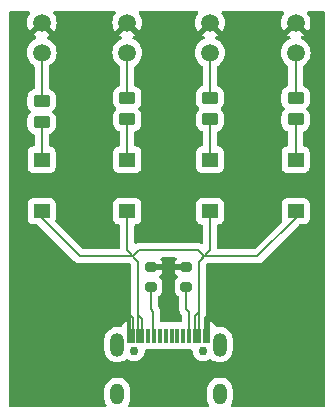
<source format=gbr>
%TF.GenerationSoftware,KiCad,Pcbnew,8.0.5*%
%TF.CreationDate,2024-10-13T15:58:05-04:00*%
%TF.ProjectId,KiCADWorkshopExample,4b694341-4457-46f7-926b-73686f704578,rev?*%
%TF.SameCoordinates,Original*%
%TF.FileFunction,Copper,L1,Top*%
%TF.FilePolarity,Positive*%
%FSLAX46Y46*%
G04 Gerber Fmt 4.6, Leading zero omitted, Abs format (unit mm)*
G04 Created by KiCad (PCBNEW 8.0.5) date 2024-10-13 15:58:05*
%MOMM*%
%LPD*%
G01*
G04 APERTURE LIST*
G04 Aperture macros list*
%AMRoundRect*
0 Rectangle with rounded corners*
0 $1 Rounding radius*
0 $2 $3 $4 $5 $6 $7 $8 $9 X,Y pos of 4 corners*
0 Add a 4 corners polygon primitive as box body*
4,1,4,$2,$3,$4,$5,$6,$7,$8,$9,$2,$3,0*
0 Add four circle primitives for the rounded corners*
1,1,$1+$1,$2,$3*
1,1,$1+$1,$4,$5*
1,1,$1+$1,$6,$7*
1,1,$1+$1,$8,$9*
0 Add four rect primitives between the rounded corners*
20,1,$1+$1,$2,$3,$4,$5,0*
20,1,$1+$1,$4,$5,$6,$7,0*
20,1,$1+$1,$6,$7,$8,$9,0*
20,1,$1+$1,$8,$9,$2,$3,0*%
G04 Aperture macros list end*
%TA.AperFunction,SMDPad,CuDef*%
%ADD10R,0.300000X1.300000*%
%TD*%
%TA.AperFunction,ComponentPad*%
%ADD11O,1.200000X1.800000*%
%TD*%
%TA.AperFunction,ComponentPad*%
%ADD12O,1.200000X2.000000*%
%TD*%
%TA.AperFunction,ComponentPad*%
%ADD13C,0.750000*%
%TD*%
%TA.AperFunction,SMDPad,CuDef*%
%ADD14R,1.360000X1.230000*%
%TD*%
%TA.AperFunction,SMDPad,CuDef*%
%ADD15RoundRect,0.200000X0.275000X-0.200000X0.275000X0.200000X-0.275000X0.200000X-0.275000X-0.200000X0*%
%TD*%
%TA.AperFunction,SMDPad,CuDef*%
%ADD16RoundRect,0.250000X0.450000X-0.262500X0.450000X0.262500X-0.450000X0.262500X-0.450000X-0.262500X0*%
%TD*%
%TA.AperFunction,ComponentPad*%
%ADD17C,1.520000*%
%TD*%
%TA.AperFunction,ViaPad*%
%ADD18C,0.600000*%
%TD*%
%TA.AperFunction,Conductor*%
%ADD19C,0.200000*%
%TD*%
G04 APERTURE END LIST*
D10*
%TO.P,USBC1,B8,SBU2*%
%TO.N,unconnected-(USBC1-SBU2-PadB8)*%
X90750000Y-143477500D03*
%TO.P,USBC1,A5,CC1*%
%TO.N,Net-(USBC1-CC1)*%
X91250000Y-143477500D03*
%TO.P,USBC1,B7,DN2*%
%TO.N,unconnected-(USBC1-DN2-PadB7)*%
X91750000Y-143477500D03*
%TO.P,USBC1,A6,DP1*%
%TO.N,unconnected-(USBC1-DP1-PadA6)*%
X92250000Y-143477500D03*
%TO.P,USBC1,A7,DN1*%
%TO.N,unconnected-(USBC1-DN1-PadA7)*%
X92750000Y-143477500D03*
%TO.P,USBC1,B6,DP2*%
%TO.N,unconnected-(USBC1-DP2-PadB6)*%
X93250000Y-143477500D03*
%TO.P,USBC1,A8,SBU1*%
%TO.N,unconnected-(USBC1-SBU1-PadA8)*%
X93750000Y-143477500D03*
%TO.P,USBC1,B5,CC2*%
%TO.N,Net-(USBC1-CC2)*%
X94250000Y-143477500D03*
%TO.P,USBC1,A1,GND*%
%TO.N,GND*%
X89150000Y-143477500D03*
%TO.P,USBC1,B12,GND*%
X89450000Y-143477500D03*
%TO.P,USBC1,A4,VBUS*%
%TO.N,VBUS*%
X89950000Y-143477500D03*
%TO.P,USBC1,B9,VBUS*%
X90250000Y-143477500D03*
%TO.P,USBC1,B4,VBUS*%
X94750000Y-143477500D03*
%TO.P,USBC1,A9,VBUS*%
X95050000Y-143477500D03*
%TO.P,USBC1,B1,GND*%
%TO.N,GND*%
X95550000Y-143477500D03*
%TO.P,USBC1,A12,GND*%
X95850000Y-143477500D03*
D11*
%TO.P,USBC1,2*%
%TO.N,N/C*%
X96830000Y-148417500D03*
D12*
%TO.P,USBC1,1*%
X96830000Y-144237500D03*
%TO.P,USBC1,0,SH*%
%TO.N,unconnected-(USBC1-SH-Pad0)*%
X88170000Y-144237500D03*
D11*
%TO.P,USBC1,3*%
%TO.N,N/C*%
X88170000Y-148417500D03*
D13*
%TO.P,USBC1,*%
%TO.N,*%
X89600000Y-144737500D03*
X95400000Y-144737500D03*
%TD*%
D14*
%TO.P,SW4,1,1*%
%TO.N,VBUS*%
X81750000Y-132930000D03*
%TO.P,SW4,2,2*%
%TO.N,Net-(R5-Pad1)*%
X81750000Y-128570000D03*
%TD*%
%TO.P,SW3,1,1*%
%TO.N,VBUS*%
X89000000Y-132930000D03*
%TO.P,SW3,2,2*%
%TO.N,Net-(R4-Pad1)*%
X89000000Y-128570000D03*
%TD*%
%TO.P,SW2,1,1*%
%TO.N,VBUS*%
X96000000Y-132930000D03*
%TO.P,SW2,2,2*%
%TO.N,Net-(R3-Pad1)*%
X96000000Y-128570000D03*
%TD*%
%TO.P,SW1,1,1*%
%TO.N,VBUS*%
X103250000Y-132930000D03*
%TO.P,SW1,2,2*%
%TO.N,Net-(R1-Pad1)*%
X103250000Y-128570000D03*
%TD*%
D15*
%TO.P,R6,1*%
%TO.N,Net-(USBC1-CC2)*%
X94000000Y-139325000D03*
%TO.P,R6,2*%
%TO.N,GND*%
X94000000Y-137675000D03*
%TD*%
D16*
%TO.P,R5,1*%
%TO.N,Net-(R5-Pad1)*%
X81750000Y-125412500D03*
%TO.P,R5,2*%
%TO.N,Net-(LED4-A)*%
X81750000Y-123587500D03*
%TD*%
%TO.P,R4,1*%
%TO.N,Net-(R4-Pad1)*%
X89000000Y-125162500D03*
%TO.P,R4,2*%
%TO.N,Net-(LED3-A)*%
X89000000Y-123337500D03*
%TD*%
%TO.P,R3,1*%
%TO.N,Net-(R3-Pad1)*%
X96000000Y-125162500D03*
%TO.P,R3,2*%
%TO.N,Net-(LED2-A)*%
X96000000Y-123337500D03*
%TD*%
D15*
%TO.P,R2,2*%
%TO.N,GND*%
X91000000Y-137675000D03*
%TO.P,R2,1*%
%TO.N,Net-(USBC1-CC1)*%
X91000000Y-139325000D03*
%TD*%
D16*
%TO.P,R1,1*%
%TO.N,Net-(R1-Pad1)*%
X103250000Y-125162500D03*
%TO.P,R1,2*%
%TO.N,Net-(LED1-A)*%
X103250000Y-123337500D03*
%TD*%
D17*
%TO.P,LED4,1,A*%
%TO.N,Net-(LED4-A)*%
X81750000Y-119500000D03*
%TO.P,LED4,2,K*%
%TO.N,GND*%
X81750000Y-116960000D03*
%TD*%
%TO.P,LED3,1,A*%
%TO.N,Net-(LED3-A)*%
X89000000Y-119520000D03*
%TO.P,LED3,2,K*%
%TO.N,GND*%
X89000000Y-116980000D03*
%TD*%
%TO.P,LED2,1,A*%
%TO.N,Net-(LED2-A)*%
X96000000Y-119520000D03*
%TO.P,LED2,2,K*%
%TO.N,GND*%
X96000000Y-116980000D03*
%TD*%
%TO.P,LED1,1,A*%
%TO.N,Net-(LED1-A)*%
X103250000Y-119520000D03*
%TO.P,LED1,2,K*%
%TO.N,GND*%
X103250000Y-116980000D03*
%TD*%
D18*
%TO.N,GND*%
X92500000Y-138250000D03*
X89000000Y-141500000D03*
X96000000Y-141500000D03*
%TD*%
D19*
%TO.N,VBUS*%
X90000000Y-136250000D02*
X95000000Y-136250000D01*
X89500000Y-136750000D02*
X90000000Y-136250000D01*
X95000000Y-136250000D02*
X95500000Y-136750000D01*
X85000000Y-136750000D02*
X89500000Y-136750000D01*
X81750000Y-133500000D02*
X85000000Y-136750000D01*
X81750000Y-132930000D02*
X81750000Y-133500000D01*
%TO.N,GND*%
X94000000Y-137675000D02*
X93075000Y-137675000D01*
X93075000Y-137675000D02*
X92500000Y-138250000D01*
X91925000Y-137675000D02*
X92500000Y-138250000D01*
X91000000Y-137675000D02*
X91925000Y-137675000D01*
X89450000Y-141950000D02*
X89000000Y-141500000D01*
X89450000Y-143477500D02*
X89450000Y-141950000D01*
X95550000Y-141950000D02*
X96000000Y-141500000D01*
X95550000Y-143477500D02*
X95550000Y-141950000D01*
%TO.N,VBUS*%
X90250000Y-142050000D02*
X89950000Y-141750000D01*
X90250000Y-143477500D02*
X90250000Y-142050000D01*
X89950000Y-141750000D02*
X89950000Y-137200000D01*
X89950000Y-143477500D02*
X89950000Y-141750000D01*
X94750000Y-141800000D02*
X95050000Y-141500000D01*
X94750000Y-143477500D02*
X94750000Y-141800000D01*
X95050000Y-141500000D02*
X95050000Y-137200000D01*
X95050000Y-143477500D02*
X95050000Y-141500000D01*
%TO.N,Net-(USBC1-CC2)*%
X94000000Y-141250000D02*
X94000000Y-139325000D01*
X94250000Y-141500000D02*
X94000000Y-141250000D01*
X94250000Y-143477500D02*
X94250000Y-141500000D01*
%TO.N,Net-(USBC1-CC1)*%
X91200000Y-141450000D02*
X91000000Y-141250000D01*
X91227500Y-143477500D02*
X91200000Y-143450000D01*
X91200000Y-143450000D02*
X91200000Y-141450000D01*
X91250000Y-143477500D02*
X91227500Y-143477500D01*
X91000000Y-141250000D02*
X91000000Y-139325000D01*
%TO.N,Net-(LED1-A)*%
X103250000Y-123337500D02*
X103250000Y-119520000D01*
%TO.N,Net-(R1-Pad1)*%
X103250000Y-128570000D02*
X103250000Y-125162500D01*
%TO.N,Net-(LED2-A)*%
X96000000Y-123337500D02*
X96000000Y-119520000D01*
%TO.N,Net-(R3-Pad1)*%
X96000000Y-128570000D02*
X96000000Y-125162500D01*
%TO.N,Net-(LED3-A)*%
X89000000Y-123337500D02*
X89000000Y-119520000D01*
%TO.N,Net-(R4-Pad1)*%
X89000000Y-128570000D02*
X89000000Y-125162500D01*
%TO.N,Net-(LED4-A)*%
X81750000Y-123587500D02*
X81750000Y-119500000D01*
%TO.N,Net-(R5-Pad1)*%
X81750000Y-128570000D02*
X81750000Y-125412500D01*
%TO.N,VBUS*%
X89000000Y-136250000D02*
X89000000Y-132930000D01*
X89950000Y-137200000D02*
X89000000Y-136250000D01*
X95050000Y-137200000D02*
X96000000Y-136250000D01*
X96000000Y-136250000D02*
X96000000Y-132930000D01*
X100000000Y-136750000D02*
X103250000Y-133500000D01*
X95500000Y-136750000D02*
X100000000Y-136750000D01*
X103250000Y-133500000D02*
X103250000Y-132930000D01*
X95050000Y-137200000D02*
X95500000Y-136750000D01*
%TD*%
%TA.AperFunction,Conductor*%
%TO.N,GND*%
G36*
X93131740Y-136870185D02*
G01*
X93177495Y-136922989D01*
X93187439Y-136992147D01*
X93170818Y-137038650D01*
X93081980Y-137185604D01*
X93031409Y-137347893D01*
X93025000Y-137418427D01*
X93025000Y-137425000D01*
X94126000Y-137425000D01*
X94193039Y-137444685D01*
X94238794Y-137497489D01*
X94250000Y-137549000D01*
X94250000Y-137801000D01*
X94230315Y-137868039D01*
X94177511Y-137913794D01*
X94126000Y-137925000D01*
X93025001Y-137925000D01*
X93025001Y-137931582D01*
X93031408Y-138002102D01*
X93031409Y-138002107D01*
X93081981Y-138164396D01*
X93169927Y-138309877D01*
X93272015Y-138411965D01*
X93305500Y-138473288D01*
X93300516Y-138542980D01*
X93272015Y-138587327D01*
X93169531Y-138689810D01*
X93169530Y-138689811D01*
X93081522Y-138835393D01*
X93030913Y-138997807D01*
X93024500Y-139068386D01*
X93024500Y-139581613D01*
X93030913Y-139652192D01*
X93081522Y-139814606D01*
X93169530Y-139960188D01*
X93289811Y-140080469D01*
X93289813Y-140080470D01*
X93289815Y-140080472D01*
X93339650Y-140110598D01*
X93386838Y-140162126D01*
X93399500Y-140216715D01*
X93399500Y-141163330D01*
X93399499Y-141163348D01*
X93399499Y-141329054D01*
X93399498Y-141329054D01*
X93440424Y-141481789D01*
X93440425Y-141481790D01*
X93461455Y-141518214D01*
X93461456Y-141518216D01*
X93519475Y-141618709D01*
X93519481Y-141618717D01*
X93613181Y-141712417D01*
X93646666Y-141773740D01*
X93649500Y-141800098D01*
X93649500Y-142205148D01*
X93629815Y-142272187D01*
X93577011Y-142317942D01*
X93538753Y-142328438D01*
X93513255Y-142331179D01*
X93486748Y-142331179D01*
X93447874Y-142327000D01*
X93052130Y-142327000D01*
X93052119Y-142327001D01*
X93013253Y-142331179D01*
X92986748Y-142331179D01*
X92947874Y-142327000D01*
X92552130Y-142327000D01*
X92552119Y-142327001D01*
X92513253Y-142331179D01*
X92486748Y-142331179D01*
X92447874Y-142327000D01*
X92052130Y-142327000D01*
X92052119Y-142327001D01*
X92013253Y-142331179D01*
X91986748Y-142331179D01*
X91947875Y-142327000D01*
X91947873Y-142327000D01*
X91924500Y-142327000D01*
X91857461Y-142307315D01*
X91811706Y-142254511D01*
X91800500Y-142203000D01*
X91800500Y-141539060D01*
X91800501Y-141539047D01*
X91800501Y-141370944D01*
X91789277Y-141329057D01*
X91759577Y-141218216D01*
X91727889Y-141163330D01*
X91680524Y-141081290D01*
X91680518Y-141081282D01*
X91636819Y-141037583D01*
X91603334Y-140976260D01*
X91600500Y-140949902D01*
X91600500Y-140216715D01*
X91620185Y-140149676D01*
X91660349Y-140110598D01*
X91710185Y-140080472D01*
X91830472Y-139960185D01*
X91918478Y-139814606D01*
X91969086Y-139652196D01*
X91975500Y-139581616D01*
X91975500Y-139068384D01*
X91969086Y-138997804D01*
X91918478Y-138835394D01*
X91830472Y-138689815D01*
X91830470Y-138689813D01*
X91830469Y-138689811D01*
X91727984Y-138587326D01*
X91694499Y-138526003D01*
X91699483Y-138456311D01*
X91727985Y-138411963D01*
X91830071Y-138309878D01*
X91830072Y-138309877D01*
X91918019Y-138164395D01*
X91968590Y-138002106D01*
X91975000Y-137931572D01*
X91975000Y-137925000D01*
X90874000Y-137925000D01*
X90806961Y-137905315D01*
X90761206Y-137852511D01*
X90750000Y-137801000D01*
X90750000Y-137549000D01*
X90769685Y-137481961D01*
X90822489Y-137436206D01*
X90874000Y-137425000D01*
X91974999Y-137425000D01*
X91974999Y-137418417D01*
X91968591Y-137347897D01*
X91968590Y-137347892D01*
X91918018Y-137185603D01*
X91829182Y-137038650D01*
X91811346Y-136971096D01*
X91832863Y-136904622D01*
X91886904Y-136860334D01*
X91935299Y-136850500D01*
X93064701Y-136850500D01*
X93131740Y-136870185D01*
G37*
%TD.AperFunction*%
%TA.AperFunction,Conductor*%
G36*
X80712510Y-116020185D02*
G01*
X80758265Y-116072989D01*
X80768209Y-116142147D01*
X80747046Y-116195623D01*
X80654642Y-116327589D01*
X80654640Y-116327593D01*
X80561466Y-116527404D01*
X80504402Y-116740366D01*
X80504401Y-116740373D01*
X80485187Y-116959998D01*
X80485187Y-116960001D01*
X80504401Y-117179626D01*
X80504402Y-117179634D01*
X80561463Y-117392587D01*
X80561466Y-117392593D01*
X80654638Y-117592402D01*
X80699694Y-117656750D01*
X81301982Y-117054462D01*
X81323958Y-117136473D01*
X81384149Y-117240727D01*
X81469273Y-117325851D01*
X81573527Y-117386042D01*
X81655536Y-117408016D01*
X81053247Y-118010304D01*
X81117593Y-118055360D01*
X81250514Y-118117342D01*
X81302953Y-118163514D01*
X81322105Y-118230708D01*
X81301889Y-118297589D01*
X81250514Y-118342106D01*
X81117344Y-118404204D01*
X81117342Y-118404205D01*
X80936668Y-118530713D01*
X80780713Y-118686668D01*
X80654205Y-118867342D01*
X80654204Y-118867344D01*
X80560994Y-119067235D01*
X80560990Y-119067244D01*
X80503909Y-119280275D01*
X80503907Y-119280285D01*
X80484685Y-119499998D01*
X80484685Y-119500001D01*
X80503907Y-119719714D01*
X80503909Y-119719724D01*
X80560990Y-119932755D01*
X80560995Y-119932769D01*
X80654203Y-120132654D01*
X80654207Y-120132662D01*
X80780712Y-120313330D01*
X80936668Y-120469286D01*
X80936671Y-120469288D01*
X81096623Y-120581287D01*
X81140248Y-120635864D01*
X81149500Y-120682862D01*
X81149500Y-122494699D01*
X81129815Y-122561738D01*
X81077011Y-122607493D01*
X81064507Y-122612403D01*
X81031962Y-122623188D01*
X80980668Y-122640185D01*
X80980663Y-122640187D01*
X80831342Y-122732289D01*
X80707289Y-122856342D01*
X80615187Y-123005663D01*
X80615186Y-123005666D01*
X80560001Y-123172203D01*
X80560001Y-123172204D01*
X80560000Y-123172204D01*
X80549500Y-123274983D01*
X80549500Y-123900001D01*
X80549501Y-123900019D01*
X80560000Y-124002796D01*
X80560001Y-124002799D01*
X80615185Y-124169331D01*
X80615187Y-124169336D01*
X80638212Y-124206666D01*
X80700276Y-124307288D01*
X80707289Y-124318657D01*
X80800951Y-124412319D01*
X80834436Y-124473642D01*
X80829452Y-124543334D01*
X80800951Y-124587681D01*
X80707289Y-124681342D01*
X80615187Y-124830663D01*
X80615186Y-124830666D01*
X80560001Y-124997203D01*
X80560001Y-124997204D01*
X80560000Y-124997204D01*
X80549500Y-125099983D01*
X80549500Y-125725001D01*
X80549501Y-125725019D01*
X80560000Y-125827796D01*
X80560001Y-125827799D01*
X80615185Y-125994331D01*
X80615187Y-125994336D01*
X80650069Y-126050888D01*
X80707288Y-126143656D01*
X80831344Y-126267712D01*
X80980666Y-126359814D01*
X81064505Y-126387595D01*
X81121948Y-126427366D01*
X81148772Y-126491882D01*
X81149500Y-126505300D01*
X81149500Y-127330500D01*
X81129815Y-127397539D01*
X81077011Y-127443294D01*
X81025519Y-127454500D01*
X81022139Y-127454500D01*
X81022123Y-127454501D01*
X80962516Y-127460908D01*
X80827671Y-127511202D01*
X80827664Y-127511206D01*
X80712455Y-127597452D01*
X80712452Y-127597455D01*
X80626206Y-127712664D01*
X80626202Y-127712671D01*
X80575908Y-127847517D01*
X80569501Y-127907116D01*
X80569501Y-127907123D01*
X80569500Y-127907135D01*
X80569500Y-129232870D01*
X80569501Y-129232876D01*
X80575908Y-129292483D01*
X80626202Y-129427328D01*
X80626206Y-129427335D01*
X80712452Y-129542544D01*
X80712455Y-129542547D01*
X80827664Y-129628793D01*
X80827671Y-129628797D01*
X80962517Y-129679091D01*
X80962516Y-129679091D01*
X80969444Y-129679835D01*
X81022127Y-129685500D01*
X82477872Y-129685499D01*
X82537483Y-129679091D01*
X82672331Y-129628796D01*
X82787546Y-129542546D01*
X82873796Y-129427331D01*
X82924091Y-129292483D01*
X82930500Y-129232873D01*
X82930499Y-127907128D01*
X82924091Y-127847517D01*
X82873796Y-127712669D01*
X82873795Y-127712668D01*
X82873793Y-127712664D01*
X82787547Y-127597455D01*
X82787544Y-127597452D01*
X82672335Y-127511206D01*
X82672328Y-127511202D01*
X82537482Y-127460908D01*
X82537483Y-127460908D01*
X82477883Y-127454501D01*
X82477881Y-127454500D01*
X82477873Y-127454500D01*
X82477865Y-127454500D01*
X82474500Y-127454500D01*
X82407461Y-127434815D01*
X82361706Y-127382011D01*
X82350500Y-127330500D01*
X82350500Y-126505300D01*
X82370185Y-126438261D01*
X82422989Y-126392506D01*
X82435482Y-126387599D01*
X82519334Y-126359814D01*
X82668656Y-126267712D01*
X82792712Y-126143656D01*
X82884814Y-125994334D01*
X82939999Y-125827797D01*
X82950500Y-125725009D01*
X82950499Y-125099992D01*
X82939999Y-124997203D01*
X82884814Y-124830666D01*
X82792712Y-124681344D01*
X82699049Y-124587681D01*
X82665564Y-124526358D01*
X82670548Y-124456666D01*
X82699049Y-124412319D01*
X82792712Y-124318656D01*
X82884814Y-124169334D01*
X82939999Y-124002797D01*
X82950500Y-123900009D01*
X82950499Y-123274992D01*
X82939999Y-123172203D01*
X82884814Y-123005666D01*
X82792712Y-122856344D01*
X82668656Y-122732288D01*
X82519334Y-122640186D01*
X82435495Y-122612404D01*
X82378051Y-122572632D01*
X82351228Y-122508116D01*
X82350500Y-122494699D01*
X82350500Y-120682862D01*
X82370185Y-120615823D01*
X82403375Y-120581288D01*
X82563329Y-120469288D01*
X82719288Y-120313329D01*
X82845795Y-120132658D01*
X82939007Y-119932763D01*
X82996092Y-119719720D01*
X83015315Y-119500000D01*
X82996092Y-119280280D01*
X82944366Y-119087237D01*
X82939009Y-119067244D01*
X82939008Y-119067243D01*
X82939007Y-119067237D01*
X82845795Y-118867343D01*
X82719288Y-118686671D01*
X82719286Y-118686668D01*
X82563330Y-118530712D01*
X82382662Y-118404207D01*
X82382654Y-118404203D01*
X82249486Y-118342106D01*
X82197046Y-118295934D01*
X82177894Y-118228740D01*
X82198110Y-118161859D01*
X82249486Y-118117342D01*
X82382402Y-118055362D01*
X82382410Y-118055358D01*
X82446751Y-118010305D01*
X82446751Y-118010304D01*
X81844464Y-117408016D01*
X81926473Y-117386042D01*
X82030727Y-117325851D01*
X82115851Y-117240727D01*
X82176042Y-117136473D01*
X82198016Y-117054462D01*
X82800305Y-117656751D01*
X82845358Y-117592410D01*
X82845362Y-117592402D01*
X82938532Y-117392598D01*
X82938536Y-117392587D01*
X82995597Y-117179634D01*
X82995598Y-117179626D01*
X83014813Y-116960001D01*
X83014813Y-116959998D01*
X82995598Y-116740373D01*
X82995597Y-116740366D01*
X82938533Y-116527404D01*
X82845359Y-116327593D01*
X82845357Y-116327589D01*
X82752954Y-116195623D01*
X82730627Y-116129417D01*
X82747637Y-116061650D01*
X82798586Y-116013837D01*
X82854529Y-116000500D01*
X87909475Y-116000500D01*
X87976514Y-116020185D01*
X88022269Y-116072989D01*
X88032213Y-116142147D01*
X88011050Y-116195623D01*
X87904642Y-116347589D01*
X87904640Y-116347593D01*
X87811466Y-116547404D01*
X87754402Y-116760366D01*
X87754401Y-116760373D01*
X87735187Y-116979998D01*
X87735187Y-116980001D01*
X87754401Y-117199626D01*
X87754402Y-117199634D01*
X87811463Y-117412587D01*
X87811466Y-117412593D01*
X87904638Y-117612402D01*
X87949694Y-117676750D01*
X88551982Y-117074462D01*
X88573958Y-117156473D01*
X88634149Y-117260727D01*
X88719273Y-117345851D01*
X88823527Y-117406042D01*
X88905536Y-117428016D01*
X88303247Y-118030304D01*
X88367593Y-118075360D01*
X88500514Y-118137342D01*
X88552953Y-118183514D01*
X88572105Y-118250708D01*
X88551889Y-118317589D01*
X88500514Y-118362106D01*
X88367344Y-118424204D01*
X88367342Y-118424205D01*
X88186668Y-118550713D01*
X88030713Y-118706668D01*
X87904205Y-118887342D01*
X87904204Y-118887344D01*
X87810994Y-119087235D01*
X87810990Y-119087244D01*
X87753909Y-119300275D01*
X87753907Y-119300285D01*
X87734685Y-119519998D01*
X87734685Y-119520001D01*
X87753907Y-119739714D01*
X87753909Y-119739724D01*
X87810990Y-119952755D01*
X87810995Y-119952769D01*
X87904203Y-120152654D01*
X87904207Y-120152662D01*
X88030712Y-120333330D01*
X88186668Y-120489286D01*
X88186671Y-120489288D01*
X88346623Y-120601287D01*
X88390248Y-120655864D01*
X88399500Y-120702862D01*
X88399500Y-122244699D01*
X88379815Y-122311738D01*
X88327011Y-122357493D01*
X88314507Y-122362403D01*
X88281962Y-122373188D01*
X88230668Y-122390185D01*
X88230663Y-122390187D01*
X88081342Y-122482289D01*
X87957289Y-122606342D01*
X87865187Y-122755663D01*
X87865186Y-122755666D01*
X87810001Y-122922203D01*
X87810001Y-122922204D01*
X87810000Y-122922204D01*
X87799500Y-123024983D01*
X87799500Y-123650001D01*
X87799501Y-123650019D01*
X87810000Y-123752796D01*
X87810001Y-123752799D01*
X87858780Y-123900001D01*
X87865186Y-123919334D01*
X87916665Y-124002796D01*
X87957289Y-124068657D01*
X88050951Y-124162319D01*
X88084436Y-124223642D01*
X88079452Y-124293334D01*
X88050951Y-124337681D01*
X87957289Y-124431342D01*
X87865187Y-124580663D01*
X87865186Y-124580666D01*
X87810001Y-124747203D01*
X87810001Y-124747204D01*
X87810000Y-124747204D01*
X87799500Y-124849983D01*
X87799500Y-125475001D01*
X87799501Y-125475019D01*
X87810000Y-125577796D01*
X87810001Y-125577799D01*
X87858780Y-125725001D01*
X87865186Y-125744334D01*
X87957288Y-125893656D01*
X88081344Y-126017712D01*
X88230666Y-126109814D01*
X88314505Y-126137595D01*
X88371948Y-126177366D01*
X88398772Y-126241882D01*
X88399500Y-126255300D01*
X88399500Y-127330500D01*
X88379815Y-127397539D01*
X88327011Y-127443294D01*
X88275519Y-127454500D01*
X88272139Y-127454500D01*
X88272123Y-127454501D01*
X88212516Y-127460908D01*
X88077671Y-127511202D01*
X88077664Y-127511206D01*
X87962455Y-127597452D01*
X87962452Y-127597455D01*
X87876206Y-127712664D01*
X87876202Y-127712671D01*
X87825908Y-127847517D01*
X87819501Y-127907116D01*
X87819501Y-127907123D01*
X87819500Y-127907135D01*
X87819500Y-129232870D01*
X87819501Y-129232876D01*
X87825908Y-129292483D01*
X87876202Y-129427328D01*
X87876206Y-129427335D01*
X87962452Y-129542544D01*
X87962455Y-129542547D01*
X88077664Y-129628793D01*
X88077671Y-129628797D01*
X88212517Y-129679091D01*
X88212516Y-129679091D01*
X88219444Y-129679835D01*
X88272127Y-129685500D01*
X89727872Y-129685499D01*
X89787483Y-129679091D01*
X89922331Y-129628796D01*
X90037546Y-129542546D01*
X90123796Y-129427331D01*
X90174091Y-129292483D01*
X90180500Y-129232873D01*
X90180499Y-127907128D01*
X90174091Y-127847517D01*
X90123796Y-127712669D01*
X90123795Y-127712668D01*
X90123793Y-127712664D01*
X90037547Y-127597455D01*
X90037544Y-127597452D01*
X89922335Y-127511206D01*
X89922328Y-127511202D01*
X89787482Y-127460908D01*
X89787483Y-127460908D01*
X89727883Y-127454501D01*
X89727881Y-127454500D01*
X89727873Y-127454500D01*
X89727865Y-127454500D01*
X89724500Y-127454500D01*
X89657461Y-127434815D01*
X89611706Y-127382011D01*
X89600500Y-127330500D01*
X89600500Y-126255300D01*
X89620185Y-126188261D01*
X89672989Y-126142506D01*
X89685482Y-126137599D01*
X89769334Y-126109814D01*
X89918656Y-126017712D01*
X90042712Y-125893656D01*
X90134814Y-125744334D01*
X90189999Y-125577797D01*
X90200500Y-125475009D01*
X90200499Y-124849992D01*
X90189999Y-124747203D01*
X90134814Y-124580666D01*
X90042712Y-124431344D01*
X89949049Y-124337681D01*
X89915564Y-124276358D01*
X89920548Y-124206666D01*
X89949049Y-124162319D01*
X90042712Y-124068656D01*
X90134814Y-123919334D01*
X90189999Y-123752797D01*
X90200500Y-123650009D01*
X90200499Y-123024992D01*
X90189999Y-122922203D01*
X90134814Y-122755666D01*
X90042712Y-122606344D01*
X89918656Y-122482288D01*
X89769334Y-122390186D01*
X89685495Y-122362404D01*
X89628051Y-122322632D01*
X89601228Y-122258116D01*
X89600500Y-122244699D01*
X89600500Y-120702862D01*
X89620185Y-120635823D01*
X89653375Y-120601288D01*
X89813329Y-120489288D01*
X89969288Y-120333329D01*
X90095795Y-120152658D01*
X90189007Y-119952763D01*
X90246092Y-119739720D01*
X90265315Y-119520000D01*
X90246092Y-119300280D01*
X90189007Y-119087237D01*
X90095795Y-118887343D01*
X89969288Y-118706671D01*
X89969286Y-118706668D01*
X89813330Y-118550712D01*
X89632662Y-118424207D01*
X89632654Y-118424203D01*
X89499486Y-118362106D01*
X89447046Y-118315934D01*
X89427894Y-118248740D01*
X89448110Y-118181859D01*
X89499486Y-118137342D01*
X89632402Y-118075362D01*
X89632410Y-118075358D01*
X89696751Y-118030305D01*
X89696751Y-118030304D01*
X89094464Y-117428016D01*
X89176473Y-117406042D01*
X89280727Y-117345851D01*
X89365851Y-117260727D01*
X89426042Y-117156473D01*
X89448016Y-117074462D01*
X90050305Y-117676751D01*
X90095358Y-117612410D01*
X90095362Y-117612402D01*
X90188532Y-117412598D01*
X90188536Y-117412587D01*
X90245597Y-117199634D01*
X90245598Y-117199626D01*
X90264813Y-116980001D01*
X90264813Y-116979998D01*
X90245598Y-116760373D01*
X90245597Y-116760366D01*
X90188533Y-116547404D01*
X90095359Y-116347593D01*
X90095357Y-116347589D01*
X89988950Y-116195623D01*
X89966623Y-116129417D01*
X89983633Y-116061650D01*
X90034582Y-116013837D01*
X90090525Y-116000500D01*
X94909475Y-116000500D01*
X94976514Y-116020185D01*
X95022269Y-116072989D01*
X95032213Y-116142147D01*
X95011050Y-116195623D01*
X94904642Y-116347589D01*
X94904640Y-116347593D01*
X94811466Y-116547404D01*
X94754402Y-116760366D01*
X94754401Y-116760373D01*
X94735187Y-116979998D01*
X94735187Y-116980001D01*
X94754401Y-117199626D01*
X94754402Y-117199634D01*
X94811463Y-117412587D01*
X94811466Y-117412593D01*
X94904638Y-117612402D01*
X94949694Y-117676750D01*
X95551982Y-117074462D01*
X95573958Y-117156473D01*
X95634149Y-117260727D01*
X95719273Y-117345851D01*
X95823527Y-117406042D01*
X95905536Y-117428016D01*
X95303247Y-118030304D01*
X95367593Y-118075360D01*
X95500514Y-118137342D01*
X95552953Y-118183514D01*
X95572105Y-118250708D01*
X95551889Y-118317589D01*
X95500514Y-118362106D01*
X95367344Y-118424204D01*
X95367342Y-118424205D01*
X95186668Y-118550713D01*
X95030713Y-118706668D01*
X94904205Y-118887342D01*
X94904204Y-118887344D01*
X94810994Y-119087235D01*
X94810990Y-119087244D01*
X94753909Y-119300275D01*
X94753907Y-119300285D01*
X94734685Y-119519998D01*
X94734685Y-119520001D01*
X94753907Y-119739714D01*
X94753909Y-119739724D01*
X94810990Y-119952755D01*
X94810995Y-119952769D01*
X94904203Y-120152654D01*
X94904207Y-120152662D01*
X95030712Y-120333330D01*
X95186668Y-120489286D01*
X95186671Y-120489288D01*
X95346623Y-120601287D01*
X95390248Y-120655864D01*
X95399500Y-120702862D01*
X95399500Y-122244699D01*
X95379815Y-122311738D01*
X95327011Y-122357493D01*
X95314507Y-122362403D01*
X95281962Y-122373188D01*
X95230668Y-122390185D01*
X95230663Y-122390187D01*
X95081342Y-122482289D01*
X94957289Y-122606342D01*
X94865187Y-122755663D01*
X94865186Y-122755666D01*
X94810001Y-122922203D01*
X94810001Y-122922204D01*
X94810000Y-122922204D01*
X94799500Y-123024983D01*
X94799500Y-123650001D01*
X94799501Y-123650019D01*
X94810000Y-123752796D01*
X94810001Y-123752799D01*
X94858780Y-123900001D01*
X94865186Y-123919334D01*
X94916665Y-124002796D01*
X94957289Y-124068657D01*
X95050951Y-124162319D01*
X95084436Y-124223642D01*
X95079452Y-124293334D01*
X95050951Y-124337681D01*
X94957289Y-124431342D01*
X94865187Y-124580663D01*
X94865186Y-124580666D01*
X94810001Y-124747203D01*
X94810001Y-124747204D01*
X94810000Y-124747204D01*
X94799500Y-124849983D01*
X94799500Y-125475001D01*
X94799501Y-125475019D01*
X94810000Y-125577796D01*
X94810001Y-125577799D01*
X94858780Y-125725001D01*
X94865186Y-125744334D01*
X94957288Y-125893656D01*
X95081344Y-126017712D01*
X95230666Y-126109814D01*
X95314505Y-126137595D01*
X95371948Y-126177366D01*
X95398772Y-126241882D01*
X95399500Y-126255300D01*
X95399500Y-127330500D01*
X95379815Y-127397539D01*
X95327011Y-127443294D01*
X95275519Y-127454500D01*
X95272139Y-127454500D01*
X95272123Y-127454501D01*
X95212516Y-127460908D01*
X95077671Y-127511202D01*
X95077664Y-127511206D01*
X94962455Y-127597452D01*
X94962452Y-127597455D01*
X94876206Y-127712664D01*
X94876202Y-127712671D01*
X94825908Y-127847517D01*
X94819501Y-127907116D01*
X94819501Y-127907123D01*
X94819500Y-127907135D01*
X94819500Y-129232870D01*
X94819501Y-129232876D01*
X94825908Y-129292483D01*
X94876202Y-129427328D01*
X94876206Y-129427335D01*
X94962452Y-129542544D01*
X94962455Y-129542547D01*
X95077664Y-129628793D01*
X95077671Y-129628797D01*
X95212517Y-129679091D01*
X95212516Y-129679091D01*
X95219444Y-129679835D01*
X95272127Y-129685500D01*
X96727872Y-129685499D01*
X96787483Y-129679091D01*
X96922331Y-129628796D01*
X97037546Y-129542546D01*
X97123796Y-129427331D01*
X97174091Y-129292483D01*
X97180500Y-129232873D01*
X97180499Y-127907128D01*
X97174091Y-127847517D01*
X97123796Y-127712669D01*
X97123795Y-127712668D01*
X97123793Y-127712664D01*
X97037547Y-127597455D01*
X97037544Y-127597452D01*
X96922335Y-127511206D01*
X96922328Y-127511202D01*
X96787482Y-127460908D01*
X96787483Y-127460908D01*
X96727883Y-127454501D01*
X96727881Y-127454500D01*
X96727873Y-127454500D01*
X96727865Y-127454500D01*
X96724500Y-127454500D01*
X96657461Y-127434815D01*
X96611706Y-127382011D01*
X96600500Y-127330500D01*
X96600500Y-126255300D01*
X96620185Y-126188261D01*
X96672989Y-126142506D01*
X96685482Y-126137599D01*
X96769334Y-126109814D01*
X96918656Y-126017712D01*
X97042712Y-125893656D01*
X97134814Y-125744334D01*
X97189999Y-125577797D01*
X97200500Y-125475009D01*
X97200499Y-124849992D01*
X97189999Y-124747203D01*
X97134814Y-124580666D01*
X97042712Y-124431344D01*
X96949049Y-124337681D01*
X96915564Y-124276358D01*
X96920548Y-124206666D01*
X96949049Y-124162319D01*
X97042712Y-124068656D01*
X97134814Y-123919334D01*
X97189999Y-123752797D01*
X97200500Y-123650009D01*
X97200499Y-123024992D01*
X97189999Y-122922203D01*
X97134814Y-122755666D01*
X97042712Y-122606344D01*
X96918656Y-122482288D01*
X96769334Y-122390186D01*
X96685495Y-122362404D01*
X96628051Y-122322632D01*
X96601228Y-122258116D01*
X96600500Y-122244699D01*
X96600500Y-120702862D01*
X96620185Y-120635823D01*
X96653375Y-120601288D01*
X96813329Y-120489288D01*
X96969288Y-120333329D01*
X97095795Y-120152658D01*
X97189007Y-119952763D01*
X97246092Y-119739720D01*
X97265315Y-119520000D01*
X97246092Y-119300280D01*
X97189007Y-119087237D01*
X97095795Y-118887343D01*
X96969288Y-118706671D01*
X96969286Y-118706668D01*
X96813330Y-118550712D01*
X96632662Y-118424207D01*
X96632654Y-118424203D01*
X96499486Y-118362106D01*
X96447046Y-118315934D01*
X96427894Y-118248740D01*
X96448110Y-118181859D01*
X96499486Y-118137342D01*
X96632402Y-118075362D01*
X96632410Y-118075358D01*
X96696751Y-118030305D01*
X96696751Y-118030304D01*
X96094464Y-117428016D01*
X96176473Y-117406042D01*
X96280727Y-117345851D01*
X96365851Y-117260727D01*
X96426042Y-117156473D01*
X96448016Y-117074462D01*
X97050305Y-117676751D01*
X97095358Y-117612410D01*
X97095362Y-117612402D01*
X97188532Y-117412598D01*
X97188536Y-117412587D01*
X97245597Y-117199634D01*
X97245598Y-117199626D01*
X97264813Y-116980001D01*
X97264813Y-116979998D01*
X97245598Y-116760373D01*
X97245597Y-116760366D01*
X97188533Y-116547404D01*
X97095359Y-116347593D01*
X97095357Y-116347589D01*
X96988950Y-116195623D01*
X96966623Y-116129417D01*
X96983633Y-116061650D01*
X97034582Y-116013837D01*
X97090525Y-116000500D01*
X102159475Y-116000500D01*
X102226514Y-116020185D01*
X102272269Y-116072989D01*
X102282213Y-116142147D01*
X102261050Y-116195623D01*
X102154642Y-116347589D01*
X102154640Y-116347593D01*
X102061466Y-116547404D01*
X102004402Y-116760366D01*
X102004401Y-116760373D01*
X101985187Y-116979998D01*
X101985187Y-116980001D01*
X102004401Y-117199626D01*
X102004402Y-117199634D01*
X102061463Y-117412587D01*
X102061466Y-117412593D01*
X102154638Y-117612402D01*
X102199694Y-117676750D01*
X102801982Y-117074462D01*
X102823958Y-117156473D01*
X102884149Y-117260727D01*
X102969273Y-117345851D01*
X103073527Y-117406042D01*
X103155536Y-117428016D01*
X102553247Y-118030304D01*
X102617593Y-118075360D01*
X102750514Y-118137342D01*
X102802953Y-118183514D01*
X102822105Y-118250708D01*
X102801889Y-118317589D01*
X102750514Y-118362106D01*
X102617344Y-118424204D01*
X102617342Y-118424205D01*
X102436668Y-118550713D01*
X102280713Y-118706668D01*
X102154205Y-118887342D01*
X102154204Y-118887344D01*
X102060994Y-119087235D01*
X102060990Y-119087244D01*
X102003909Y-119300275D01*
X102003907Y-119300285D01*
X101984685Y-119519998D01*
X101984685Y-119520001D01*
X102003907Y-119739714D01*
X102003909Y-119739724D01*
X102060990Y-119952755D01*
X102060995Y-119952769D01*
X102154203Y-120152654D01*
X102154207Y-120152662D01*
X102280712Y-120333330D01*
X102436668Y-120489286D01*
X102436671Y-120489288D01*
X102596623Y-120601287D01*
X102640248Y-120655864D01*
X102649500Y-120702862D01*
X102649500Y-122244699D01*
X102629815Y-122311738D01*
X102577011Y-122357493D01*
X102564507Y-122362403D01*
X102531962Y-122373188D01*
X102480668Y-122390185D01*
X102480663Y-122390187D01*
X102331342Y-122482289D01*
X102207289Y-122606342D01*
X102115187Y-122755663D01*
X102115186Y-122755666D01*
X102060001Y-122922203D01*
X102060001Y-122922204D01*
X102060000Y-122922204D01*
X102049500Y-123024983D01*
X102049500Y-123650001D01*
X102049501Y-123650019D01*
X102060000Y-123752796D01*
X102060001Y-123752799D01*
X102108780Y-123900001D01*
X102115186Y-123919334D01*
X102166665Y-124002796D01*
X102207289Y-124068657D01*
X102300951Y-124162319D01*
X102334436Y-124223642D01*
X102329452Y-124293334D01*
X102300951Y-124337681D01*
X102207289Y-124431342D01*
X102115187Y-124580663D01*
X102115186Y-124580666D01*
X102060001Y-124747203D01*
X102060001Y-124747204D01*
X102060000Y-124747204D01*
X102049500Y-124849983D01*
X102049500Y-125475001D01*
X102049501Y-125475019D01*
X102060000Y-125577796D01*
X102060001Y-125577799D01*
X102108780Y-125725001D01*
X102115186Y-125744334D01*
X102207288Y-125893656D01*
X102331344Y-126017712D01*
X102480666Y-126109814D01*
X102564505Y-126137595D01*
X102621948Y-126177366D01*
X102648772Y-126241882D01*
X102649500Y-126255300D01*
X102649500Y-127330500D01*
X102629815Y-127397539D01*
X102577011Y-127443294D01*
X102525519Y-127454500D01*
X102522139Y-127454500D01*
X102522123Y-127454501D01*
X102462516Y-127460908D01*
X102327671Y-127511202D01*
X102327664Y-127511206D01*
X102212455Y-127597452D01*
X102212452Y-127597455D01*
X102126206Y-127712664D01*
X102126202Y-127712671D01*
X102075908Y-127847517D01*
X102069501Y-127907116D01*
X102069501Y-127907123D01*
X102069500Y-127907135D01*
X102069500Y-129232870D01*
X102069501Y-129232876D01*
X102075908Y-129292483D01*
X102126202Y-129427328D01*
X102126206Y-129427335D01*
X102212452Y-129542544D01*
X102212455Y-129542547D01*
X102327664Y-129628793D01*
X102327671Y-129628797D01*
X102462517Y-129679091D01*
X102462516Y-129679091D01*
X102469444Y-129679835D01*
X102522127Y-129685500D01*
X103977872Y-129685499D01*
X104037483Y-129679091D01*
X104172331Y-129628796D01*
X104287546Y-129542546D01*
X104373796Y-129427331D01*
X104424091Y-129292483D01*
X104430500Y-129232873D01*
X104430499Y-127907128D01*
X104424091Y-127847517D01*
X104373796Y-127712669D01*
X104373795Y-127712668D01*
X104373793Y-127712664D01*
X104287547Y-127597455D01*
X104287544Y-127597452D01*
X104172335Y-127511206D01*
X104172328Y-127511202D01*
X104037482Y-127460908D01*
X104037483Y-127460908D01*
X103977883Y-127454501D01*
X103977881Y-127454500D01*
X103977873Y-127454500D01*
X103977865Y-127454500D01*
X103974500Y-127454500D01*
X103907461Y-127434815D01*
X103861706Y-127382011D01*
X103850500Y-127330500D01*
X103850500Y-126255300D01*
X103870185Y-126188261D01*
X103922989Y-126142506D01*
X103935482Y-126137599D01*
X104019334Y-126109814D01*
X104168656Y-126017712D01*
X104292712Y-125893656D01*
X104384814Y-125744334D01*
X104439999Y-125577797D01*
X104450500Y-125475009D01*
X104450499Y-124849992D01*
X104439999Y-124747203D01*
X104384814Y-124580666D01*
X104292712Y-124431344D01*
X104199049Y-124337681D01*
X104165564Y-124276358D01*
X104170548Y-124206666D01*
X104199049Y-124162319D01*
X104292712Y-124068656D01*
X104384814Y-123919334D01*
X104439999Y-123752797D01*
X104450500Y-123650009D01*
X104450499Y-123024992D01*
X104439999Y-122922203D01*
X104384814Y-122755666D01*
X104292712Y-122606344D01*
X104168656Y-122482288D01*
X104019334Y-122390186D01*
X103935495Y-122362404D01*
X103878051Y-122322632D01*
X103851228Y-122258116D01*
X103850500Y-122244699D01*
X103850500Y-120702862D01*
X103870185Y-120635823D01*
X103903375Y-120601288D01*
X104063329Y-120489288D01*
X104219288Y-120333329D01*
X104345795Y-120152658D01*
X104439007Y-119952763D01*
X104496092Y-119739720D01*
X104515315Y-119520000D01*
X104496092Y-119300280D01*
X104439007Y-119087237D01*
X104345795Y-118887343D01*
X104219288Y-118706671D01*
X104219286Y-118706668D01*
X104063330Y-118550712D01*
X103882662Y-118424207D01*
X103882654Y-118424203D01*
X103749486Y-118362106D01*
X103697046Y-118315934D01*
X103677894Y-118248740D01*
X103698110Y-118181859D01*
X103749486Y-118137342D01*
X103882402Y-118075362D01*
X103882410Y-118075358D01*
X103946751Y-118030305D01*
X103946751Y-118030304D01*
X103344464Y-117428016D01*
X103426473Y-117406042D01*
X103530727Y-117345851D01*
X103615851Y-117260727D01*
X103676042Y-117156473D01*
X103698016Y-117074462D01*
X104300305Y-117676751D01*
X104345358Y-117612410D01*
X104345362Y-117612402D01*
X104438532Y-117412598D01*
X104438536Y-117412587D01*
X104495597Y-117199634D01*
X104495598Y-117199626D01*
X104514813Y-116980001D01*
X104514813Y-116979998D01*
X104495598Y-116760373D01*
X104495597Y-116760366D01*
X104438533Y-116547404D01*
X104345359Y-116347593D01*
X104345357Y-116347589D01*
X104238950Y-116195623D01*
X104216623Y-116129417D01*
X104233633Y-116061650D01*
X104284582Y-116013837D01*
X104340525Y-116000500D01*
X105625500Y-116000500D01*
X105692539Y-116020185D01*
X105738294Y-116072989D01*
X105749500Y-116124500D01*
X105749500Y-149375500D01*
X105729815Y-149442539D01*
X105677011Y-149488294D01*
X105625500Y-149499500D01*
X97865501Y-149499500D01*
X97798462Y-149479815D01*
X97752707Y-149427011D01*
X97742763Y-149357853D01*
X97765182Y-149302616D01*
X97771230Y-149294291D01*
X97771232Y-149294288D01*
X97849873Y-149139945D01*
X97903402Y-148975201D01*
X97930500Y-148804111D01*
X97930500Y-148030889D01*
X97903402Y-147859799D01*
X97849873Y-147695055D01*
X97771232Y-147540712D01*
X97669414Y-147400572D01*
X97546928Y-147278086D01*
X97406788Y-147176268D01*
X97252445Y-147097627D01*
X97087701Y-147044098D01*
X97087699Y-147044097D01*
X97087698Y-147044097D01*
X96956271Y-147023281D01*
X96916611Y-147017000D01*
X96743389Y-147017000D01*
X96703728Y-147023281D01*
X96572302Y-147044097D01*
X96407552Y-147097628D01*
X96253211Y-147176268D01*
X96173256Y-147234359D01*
X96113072Y-147278086D01*
X96113070Y-147278088D01*
X96113069Y-147278088D01*
X95990588Y-147400569D01*
X95990588Y-147400570D01*
X95990586Y-147400572D01*
X95946859Y-147460756D01*
X95888768Y-147540711D01*
X95810128Y-147695052D01*
X95756597Y-147859802D01*
X95729500Y-148030889D01*
X95729500Y-148804110D01*
X95756597Y-148975197D01*
X95810128Y-149139947D01*
X95888769Y-149294291D01*
X95894818Y-149302616D01*
X95918297Y-149368422D01*
X95902471Y-149436476D01*
X95852364Y-149485170D01*
X95794499Y-149499500D01*
X89205501Y-149499500D01*
X89138462Y-149479815D01*
X89092707Y-149427011D01*
X89082763Y-149357853D01*
X89105182Y-149302616D01*
X89111230Y-149294291D01*
X89111232Y-149294288D01*
X89189873Y-149139945D01*
X89243402Y-148975201D01*
X89270500Y-148804111D01*
X89270500Y-148030889D01*
X89243402Y-147859799D01*
X89189873Y-147695055D01*
X89111232Y-147540712D01*
X89009414Y-147400572D01*
X88886928Y-147278086D01*
X88746788Y-147176268D01*
X88592445Y-147097627D01*
X88427701Y-147044098D01*
X88427699Y-147044097D01*
X88427698Y-147044097D01*
X88296271Y-147023281D01*
X88256611Y-147017000D01*
X88083389Y-147017000D01*
X88043728Y-147023281D01*
X87912302Y-147044097D01*
X87747552Y-147097628D01*
X87593211Y-147176268D01*
X87513256Y-147234359D01*
X87453072Y-147278086D01*
X87453070Y-147278088D01*
X87453069Y-147278088D01*
X87330588Y-147400569D01*
X87330588Y-147400570D01*
X87330586Y-147400572D01*
X87286859Y-147460756D01*
X87228768Y-147540711D01*
X87150128Y-147695052D01*
X87096597Y-147859802D01*
X87069500Y-148030889D01*
X87069500Y-148804110D01*
X87096597Y-148975197D01*
X87150128Y-149139947D01*
X87228769Y-149294291D01*
X87234818Y-149302616D01*
X87258297Y-149368422D01*
X87242471Y-149436476D01*
X87192364Y-149485170D01*
X87134499Y-149499500D01*
X79124500Y-149499500D01*
X79057461Y-149479815D01*
X79011706Y-149427011D01*
X79000500Y-149375500D01*
X79000500Y-132267135D01*
X80569500Y-132267135D01*
X80569500Y-133592870D01*
X80569501Y-133592876D01*
X80575908Y-133652483D01*
X80626202Y-133787328D01*
X80626206Y-133787335D01*
X80712452Y-133902544D01*
X80712455Y-133902547D01*
X80827664Y-133988793D01*
X80827671Y-133988797D01*
X80872618Y-134005561D01*
X80962517Y-134039091D01*
X81022127Y-134045500D01*
X81394902Y-134045499D01*
X81461941Y-134065183D01*
X81482583Y-134081818D01*
X84515139Y-137114374D01*
X84515149Y-137114385D01*
X84519479Y-137118715D01*
X84519480Y-137118716D01*
X84631284Y-137230520D01*
X84631286Y-137230521D01*
X84631290Y-137230524D01*
X84715352Y-137279057D01*
X84715353Y-137279057D01*
X84768215Y-137309577D01*
X84920943Y-137350500D01*
X85079057Y-137350500D01*
X89199903Y-137350500D01*
X89266942Y-137370185D01*
X89287584Y-137386819D01*
X89313181Y-137412416D01*
X89346666Y-137473739D01*
X89349500Y-137500097D01*
X89349500Y-141663330D01*
X89349499Y-141663348D01*
X89349499Y-141839046D01*
X89349500Y-141839059D01*
X89349500Y-142226638D01*
X89329815Y-142293677D01*
X89313181Y-142314319D01*
X89300000Y-142327500D01*
X89300000Y-142768326D01*
X89299572Y-142776298D01*
X89299678Y-142776304D01*
X89299500Y-142779628D01*
X89299500Y-143138207D01*
X89279815Y-143205246D01*
X89227011Y-143251001D01*
X89157853Y-143260945D01*
X89094297Y-143231920D01*
X89075182Y-143211093D01*
X89023682Y-143140210D01*
X89000202Y-143074404D01*
X89000000Y-143067324D01*
X89000000Y-142327500D01*
X88952155Y-142327500D01*
X88892627Y-142333901D01*
X88892620Y-142333903D01*
X88757913Y-142384145D01*
X88757906Y-142384149D01*
X88642812Y-142470309D01*
X88642809Y-142470312D01*
X88556649Y-142585406D01*
X88556646Y-142585412D01*
X88521958Y-142678414D01*
X88480086Y-142734347D01*
X88414621Y-142758764D01*
X88386378Y-142757553D01*
X88329838Y-142748598D01*
X88256611Y-142737000D01*
X88083389Y-142737000D01*
X88043728Y-142743281D01*
X87912302Y-142764097D01*
X87747552Y-142817628D01*
X87593211Y-142896268D01*
X87513256Y-142954359D01*
X87453072Y-142998086D01*
X87453070Y-142998088D01*
X87453069Y-142998088D01*
X87330588Y-143120569D01*
X87330588Y-143120570D01*
X87330586Y-143120572D01*
X87317772Y-143138209D01*
X87228768Y-143260711D01*
X87150128Y-143415052D01*
X87096597Y-143579802D01*
X87069500Y-143750889D01*
X87069500Y-144724111D01*
X87096598Y-144895201D01*
X87150127Y-145059945D01*
X87228768Y-145214288D01*
X87330586Y-145354428D01*
X87453072Y-145476914D01*
X87593212Y-145578732D01*
X87747555Y-145657373D01*
X87912299Y-145710902D01*
X88083389Y-145738000D01*
X88083390Y-145738000D01*
X88256610Y-145738000D01*
X88256611Y-145738000D01*
X88427701Y-145710902D01*
X88592445Y-145657373D01*
X88746788Y-145578732D01*
X88886928Y-145476914D01*
X88912632Y-145451209D01*
X88973954Y-145417724D01*
X89043646Y-145422707D01*
X89069200Y-145435785D01*
X89097290Y-145454554D01*
X89101285Y-145457339D01*
X89159836Y-145499879D01*
X89159839Y-145499881D01*
X89166013Y-145502630D01*
X89184465Y-145512803D01*
X89185295Y-145513358D01*
X89185297Y-145513359D01*
X89185299Y-145513360D01*
X89228473Y-145531243D01*
X89252903Y-145541362D01*
X89255809Y-145542609D01*
X89327966Y-145574736D01*
X89328130Y-145574770D01*
X89338657Y-145578043D01*
X89338796Y-145577586D01*
X89344615Y-145579350D01*
X89344626Y-145579355D01*
X89376701Y-145585734D01*
X89422832Y-145594911D01*
X89424363Y-145595225D01*
X89507981Y-145613000D01*
X89507982Y-145613000D01*
X89692017Y-145613000D01*
X89692019Y-145613000D01*
X89775656Y-145595221D01*
X89777164Y-145594911D01*
X89855374Y-145579355D01*
X89855379Y-145579353D01*
X89861203Y-145577587D01*
X89861342Y-145578047D01*
X89871875Y-145574769D01*
X89872034Y-145574736D01*
X89944137Y-145542633D01*
X89947085Y-145541366D01*
X90014705Y-145513358D01*
X90015514Y-145512817D01*
X90033981Y-145502631D01*
X90040161Y-145499881D01*
X90098741Y-145457318D01*
X90102683Y-145454571D01*
X90158099Y-145417545D01*
X90163448Y-145412194D01*
X90178246Y-145399555D01*
X90189050Y-145391707D01*
X90233122Y-145342757D01*
X90237554Y-145338088D01*
X90280045Y-145295599D01*
X90287911Y-145283825D01*
X90298852Y-145269757D01*
X90312195Y-145254940D01*
X90341859Y-145203558D01*
X90346106Y-145196729D01*
X90375858Y-145152205D01*
X90383793Y-145133048D01*
X90390958Y-145118516D01*
X90404214Y-145095559D01*
X90420516Y-145045385D01*
X90423879Y-145036271D01*
X90441851Y-144992883D01*
X90441855Y-144992874D01*
X90447180Y-144966099D01*
X90450863Y-144951985D01*
X90461085Y-144920529D01*
X90465913Y-144874580D01*
X90467617Y-144863355D01*
X90475500Y-144823732D01*
X90475500Y-144789879D01*
X90476179Y-144776919D01*
X90480160Y-144739039D01*
X90506744Y-144674424D01*
X90564041Y-144634438D01*
X90603475Y-144627999D01*
X90947872Y-144627999D01*
X90947885Y-144627998D01*
X90986744Y-144623820D01*
X91013252Y-144623820D01*
X91052127Y-144628000D01*
X91447872Y-144627999D01*
X91447873Y-144627998D01*
X91447885Y-144627998D01*
X91486744Y-144623820D01*
X91513252Y-144623820D01*
X91552127Y-144628000D01*
X91947872Y-144627999D01*
X91947873Y-144627998D01*
X91947885Y-144627998D01*
X91986744Y-144623820D01*
X92013252Y-144623820D01*
X92052127Y-144628000D01*
X92447872Y-144627999D01*
X92447873Y-144627998D01*
X92447885Y-144627998D01*
X92486744Y-144623820D01*
X92513252Y-144623820D01*
X92552127Y-144628000D01*
X92947872Y-144627999D01*
X92947873Y-144627998D01*
X92947885Y-144627998D01*
X92986744Y-144623820D01*
X93013252Y-144623820D01*
X93052127Y-144628000D01*
X93447872Y-144627999D01*
X93447873Y-144627998D01*
X93447885Y-144627998D01*
X93486744Y-144623820D01*
X93513252Y-144623820D01*
X93552127Y-144628000D01*
X93947872Y-144627999D01*
X93947873Y-144627998D01*
X93947885Y-144627998D01*
X93986744Y-144623820D01*
X94013252Y-144623820D01*
X94052127Y-144628000D01*
X94396518Y-144627999D01*
X94463557Y-144647683D01*
X94509312Y-144700487D01*
X94519838Y-144739035D01*
X94523820Y-144776915D01*
X94524500Y-144789879D01*
X94524500Y-144823729D01*
X94532383Y-144863363D01*
X94534085Y-144874587D01*
X94538914Y-144920527D01*
X94549135Y-144951985D01*
X94552820Y-144966107D01*
X94558143Y-144992868D01*
X94558144Y-144992870D01*
X94558145Y-144992874D01*
X94558149Y-144992883D01*
X94576116Y-145036260D01*
X94579484Y-145045390D01*
X94595786Y-145095560D01*
X94595787Y-145095561D01*
X94609035Y-145118508D01*
X94616206Y-145133048D01*
X94624142Y-145152205D01*
X94624143Y-145152208D01*
X94653878Y-145196709D01*
X94658163Y-145203599D01*
X94687803Y-145254938D01*
X94687808Y-145254945D01*
X94701140Y-145269751D01*
X94712091Y-145283830D01*
X94719956Y-145295600D01*
X94719958Y-145295603D01*
X94762426Y-145338070D01*
X94766897Y-145342781D01*
X94810947Y-145391705D01*
X94821752Y-145399555D01*
X94836547Y-145412191D01*
X94841901Y-145417545D01*
X94897290Y-145454554D01*
X94901285Y-145457339D01*
X94959836Y-145499879D01*
X94959839Y-145499881D01*
X94966013Y-145502630D01*
X94984465Y-145512803D01*
X94985295Y-145513358D01*
X94985297Y-145513359D01*
X94985299Y-145513360D01*
X95028473Y-145531243D01*
X95052903Y-145541362D01*
X95055809Y-145542609D01*
X95127966Y-145574736D01*
X95128130Y-145574770D01*
X95138657Y-145578043D01*
X95138796Y-145577586D01*
X95144615Y-145579350D01*
X95144626Y-145579355D01*
X95176701Y-145585734D01*
X95222832Y-145594911D01*
X95224363Y-145595225D01*
X95307981Y-145613000D01*
X95307982Y-145613000D01*
X95492017Y-145613000D01*
X95492019Y-145613000D01*
X95575656Y-145595221D01*
X95577164Y-145594911D01*
X95655374Y-145579355D01*
X95655379Y-145579353D01*
X95661203Y-145577587D01*
X95661342Y-145578047D01*
X95671875Y-145574769D01*
X95672034Y-145574736D01*
X95744137Y-145542633D01*
X95747085Y-145541366D01*
X95814705Y-145513358D01*
X95815514Y-145512817D01*
X95833981Y-145502631D01*
X95840161Y-145499881D01*
X95898741Y-145457318D01*
X95902683Y-145454571D01*
X95930799Y-145435785D01*
X95997476Y-145414910D01*
X96064856Y-145433396D01*
X96087367Y-145451209D01*
X96113072Y-145476914D01*
X96253212Y-145578732D01*
X96407555Y-145657373D01*
X96572299Y-145710902D01*
X96743389Y-145738000D01*
X96743390Y-145738000D01*
X96916610Y-145738000D01*
X96916611Y-145738000D01*
X97087701Y-145710902D01*
X97252445Y-145657373D01*
X97406788Y-145578732D01*
X97546928Y-145476914D01*
X97669414Y-145354428D01*
X97771232Y-145214288D01*
X97849873Y-145059945D01*
X97903402Y-144895201D01*
X97930500Y-144724111D01*
X97930500Y-143750889D01*
X97903402Y-143579799D01*
X97849873Y-143415055D01*
X97771232Y-143260712D01*
X97669414Y-143120572D01*
X97546928Y-142998086D01*
X97406788Y-142896268D01*
X97252445Y-142817627D01*
X97087701Y-142764098D01*
X97087699Y-142764097D01*
X97087698Y-142764097D01*
X96956271Y-142743281D01*
X96916611Y-142737000D01*
X96743389Y-142737000D01*
X96691364Y-142745239D01*
X96613621Y-142757553D01*
X96544327Y-142748598D01*
X96490875Y-142703602D01*
X96478041Y-142678413D01*
X96443354Y-142585413D01*
X96443350Y-142585406D01*
X96357190Y-142470312D01*
X96357187Y-142470309D01*
X96242093Y-142384149D01*
X96242086Y-142384145D01*
X96107379Y-142333903D01*
X96107372Y-142333901D01*
X96047844Y-142327500D01*
X96000000Y-142327500D01*
X96000000Y-143067324D01*
X95980315Y-143134363D01*
X95976318Y-143140209D01*
X95924817Y-143211094D01*
X95869487Y-143253760D01*
X95799874Y-143259739D01*
X95738079Y-143227133D01*
X95703722Y-143166295D01*
X95700499Y-143138209D01*
X95700499Y-142779629D01*
X95700321Y-142776304D01*
X95700426Y-142776298D01*
X95700000Y-142768336D01*
X95700000Y-142327500D01*
X95686819Y-142314319D01*
X95653334Y-142252996D01*
X95650500Y-142226638D01*
X95650500Y-137500097D01*
X95670185Y-137433058D01*
X95686819Y-137412416D01*
X95712416Y-137386819D01*
X95773739Y-137353334D01*
X95800097Y-137350500D01*
X99913331Y-137350500D01*
X99913347Y-137350501D01*
X99920943Y-137350501D01*
X100079054Y-137350501D01*
X100079057Y-137350501D01*
X100231785Y-137309577D01*
X100284647Y-137279057D01*
X100284648Y-137279057D01*
X100368709Y-137230524D01*
X100368708Y-137230524D01*
X100368716Y-137230520D01*
X100480520Y-137118716D01*
X100480520Y-137118714D01*
X100490724Y-137108511D01*
X100490728Y-137108506D01*
X103517416Y-134081818D01*
X103578739Y-134048333D01*
X103605097Y-134045499D01*
X103977871Y-134045499D01*
X103977872Y-134045499D01*
X104037483Y-134039091D01*
X104172331Y-133988796D01*
X104287546Y-133902546D01*
X104373796Y-133787331D01*
X104424091Y-133652483D01*
X104430500Y-133592873D01*
X104430499Y-132267128D01*
X104424091Y-132207517D01*
X104373796Y-132072669D01*
X104373795Y-132072668D01*
X104373793Y-132072664D01*
X104287547Y-131957455D01*
X104287544Y-131957452D01*
X104172335Y-131871206D01*
X104172328Y-131871202D01*
X104037482Y-131820908D01*
X104037483Y-131820908D01*
X103977883Y-131814501D01*
X103977881Y-131814500D01*
X103977873Y-131814500D01*
X103977864Y-131814500D01*
X102522129Y-131814500D01*
X102522123Y-131814501D01*
X102462516Y-131820908D01*
X102327671Y-131871202D01*
X102327664Y-131871206D01*
X102212455Y-131957452D01*
X102212452Y-131957455D01*
X102126206Y-132072664D01*
X102126202Y-132072671D01*
X102075908Y-132207517D01*
X102069501Y-132267116D01*
X102069501Y-132267123D01*
X102069500Y-132267135D01*
X102069500Y-133592870D01*
X102069501Y-133592876D01*
X102075908Y-133652483D01*
X102094886Y-133703365D01*
X102099870Y-133773057D01*
X102066385Y-133834378D01*
X99787584Y-136113181D01*
X99726261Y-136146666D01*
X99699903Y-136149500D01*
X96724500Y-136149500D01*
X96657461Y-136129815D01*
X96611706Y-136077011D01*
X96600500Y-136025500D01*
X96600500Y-134169499D01*
X96620185Y-134102460D01*
X96672989Y-134056705D01*
X96724500Y-134045499D01*
X96727871Y-134045499D01*
X96727872Y-134045499D01*
X96787483Y-134039091D01*
X96922331Y-133988796D01*
X97037546Y-133902546D01*
X97123796Y-133787331D01*
X97174091Y-133652483D01*
X97180500Y-133592873D01*
X97180499Y-132267128D01*
X97174091Y-132207517D01*
X97123796Y-132072669D01*
X97123795Y-132072668D01*
X97123793Y-132072664D01*
X97037547Y-131957455D01*
X97037544Y-131957452D01*
X96922335Y-131871206D01*
X96922328Y-131871202D01*
X96787482Y-131820908D01*
X96787483Y-131820908D01*
X96727883Y-131814501D01*
X96727881Y-131814500D01*
X96727873Y-131814500D01*
X96727864Y-131814500D01*
X95272129Y-131814500D01*
X95272123Y-131814501D01*
X95212516Y-131820908D01*
X95077671Y-131871202D01*
X95077664Y-131871206D01*
X94962455Y-131957452D01*
X94962452Y-131957455D01*
X94876206Y-132072664D01*
X94876202Y-132072671D01*
X94825908Y-132207517D01*
X94819501Y-132267116D01*
X94819501Y-132267123D01*
X94819500Y-132267135D01*
X94819500Y-133592870D01*
X94819501Y-133592876D01*
X94825908Y-133652483D01*
X94876202Y-133787328D01*
X94876206Y-133787335D01*
X94962452Y-133902544D01*
X94962455Y-133902547D01*
X95077664Y-133988793D01*
X95077671Y-133988797D01*
X95212516Y-134039091D01*
X95272115Y-134045499D01*
X95272118Y-134045499D01*
X95272127Y-134045500D01*
X95275484Y-134045499D01*
X95342524Y-134065174D01*
X95388287Y-134117971D01*
X95399500Y-134169499D01*
X95399500Y-135574313D01*
X95379815Y-135641352D01*
X95327011Y-135687107D01*
X95257853Y-135697051D01*
X95239753Y-135692086D01*
X95239636Y-135692527D01*
X95231786Y-135690423D01*
X95231785Y-135690423D01*
X95079057Y-135649499D01*
X94920943Y-135649499D01*
X94913347Y-135649499D01*
X94913331Y-135649500D01*
X90086670Y-135649500D01*
X90086654Y-135649499D01*
X90079058Y-135649499D01*
X89920943Y-135649499D01*
X89768216Y-135690423D01*
X89768214Y-135690424D01*
X89760366Y-135692527D01*
X89759739Y-135690190D01*
X89702472Y-135696342D01*
X89639996Y-135665061D01*
X89604349Y-135604969D01*
X89600500Y-135574314D01*
X89600500Y-134169499D01*
X89620185Y-134102460D01*
X89672989Y-134056705D01*
X89724500Y-134045499D01*
X89727871Y-134045499D01*
X89727872Y-134045499D01*
X89787483Y-134039091D01*
X89922331Y-133988796D01*
X90037546Y-133902546D01*
X90123796Y-133787331D01*
X90174091Y-133652483D01*
X90180500Y-133592873D01*
X90180499Y-132267128D01*
X90174091Y-132207517D01*
X90123796Y-132072669D01*
X90123795Y-132072668D01*
X90123793Y-132072664D01*
X90037547Y-131957455D01*
X90037544Y-131957452D01*
X89922335Y-131871206D01*
X89922328Y-131871202D01*
X89787482Y-131820908D01*
X89787483Y-131820908D01*
X89727883Y-131814501D01*
X89727881Y-131814500D01*
X89727873Y-131814500D01*
X89727864Y-131814500D01*
X88272129Y-131814500D01*
X88272123Y-131814501D01*
X88212516Y-131820908D01*
X88077671Y-131871202D01*
X88077664Y-131871206D01*
X87962455Y-131957452D01*
X87962452Y-131957455D01*
X87876206Y-132072664D01*
X87876202Y-132072671D01*
X87825908Y-132207517D01*
X87819501Y-132267116D01*
X87819501Y-132267123D01*
X87819500Y-132267135D01*
X87819500Y-133592870D01*
X87819501Y-133592876D01*
X87825908Y-133652483D01*
X87876202Y-133787328D01*
X87876206Y-133787335D01*
X87962452Y-133902544D01*
X87962455Y-133902547D01*
X88077664Y-133988793D01*
X88077671Y-133988797D01*
X88212516Y-134039091D01*
X88272115Y-134045499D01*
X88272118Y-134045499D01*
X88272127Y-134045500D01*
X88275484Y-134045499D01*
X88342524Y-134065174D01*
X88388287Y-134117971D01*
X88399500Y-134169499D01*
X88399500Y-136025500D01*
X88379815Y-136092539D01*
X88327011Y-136138294D01*
X88275500Y-136149500D01*
X85300097Y-136149500D01*
X85233058Y-136129815D01*
X85212416Y-136113181D01*
X82933614Y-133834379D01*
X82900129Y-133773056D01*
X82905113Y-133703365D01*
X82924091Y-133652483D01*
X82930500Y-133592873D01*
X82930499Y-132267128D01*
X82924091Y-132207517D01*
X82873796Y-132072669D01*
X82873795Y-132072668D01*
X82873793Y-132072664D01*
X82787547Y-131957455D01*
X82787544Y-131957452D01*
X82672335Y-131871206D01*
X82672328Y-131871202D01*
X82537482Y-131820908D01*
X82537483Y-131820908D01*
X82477883Y-131814501D01*
X82477881Y-131814500D01*
X82477873Y-131814500D01*
X82477864Y-131814500D01*
X81022129Y-131814500D01*
X81022123Y-131814501D01*
X80962516Y-131820908D01*
X80827671Y-131871202D01*
X80827664Y-131871206D01*
X80712455Y-131957452D01*
X80712452Y-131957455D01*
X80626206Y-132072664D01*
X80626202Y-132072671D01*
X80575908Y-132207517D01*
X80569501Y-132267116D01*
X80569501Y-132267123D01*
X80569500Y-132267135D01*
X79000500Y-132267135D01*
X79000500Y-116124500D01*
X79020185Y-116057461D01*
X79072989Y-116011706D01*
X79124500Y-116000500D01*
X80645471Y-116000500D01*
X80712510Y-116020185D01*
G37*
%TD.AperFunction*%
%TD*%
M02*

</source>
